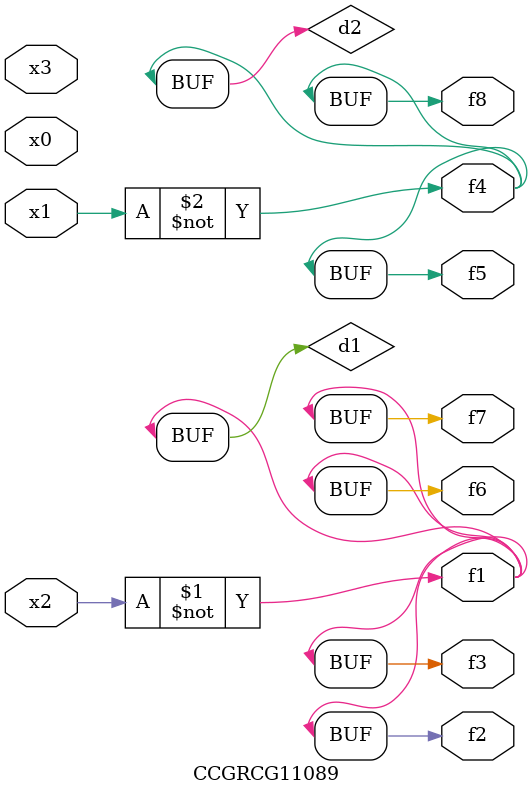
<source format=v>
module CCGRCG11089(
	input x0, x1, x2, x3,
	output f1, f2, f3, f4, f5, f6, f7, f8
);

	wire d1, d2;

	xnor (d1, x2);
	not (d2, x1);
	assign f1 = d1;
	assign f2 = d1;
	assign f3 = d1;
	assign f4 = d2;
	assign f5 = d2;
	assign f6 = d1;
	assign f7 = d1;
	assign f8 = d2;
endmodule

</source>
